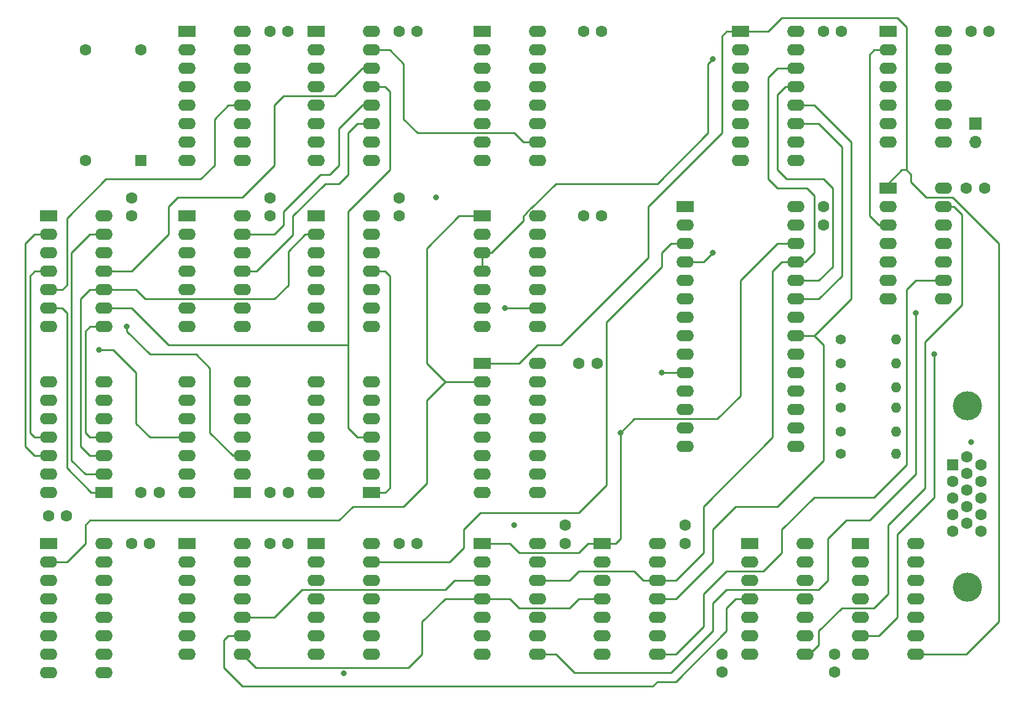
<source format=gbr>
%TF.GenerationSoftware,KiCad,Pcbnew,(5.1.8-0-10_14)*%
%TF.CreationDate,2020-12-16T20:41:27-08:00*%
%TF.ProjectId,BEN_VGA,42454e5f-5647-4412-9e6b-696361645f70,1.0*%
%TF.SameCoordinates,Original*%
%TF.FileFunction,Copper,L2,Inr*%
%TF.FilePolarity,Positive*%
%FSLAX46Y46*%
G04 Gerber Fmt 4.6, Leading zero omitted, Abs format (unit mm)*
G04 Created by KiCad (PCBNEW (5.1.8-0-10_14)) date 2020-12-16 20:41:27*
%MOMM*%
%LPD*%
G01*
G04 APERTURE LIST*
%TA.AperFunction,ComponentPad*%
%ADD10C,1.600000*%
%TD*%
%TA.AperFunction,ComponentPad*%
%ADD11O,2.400000X1.600000*%
%TD*%
%TA.AperFunction,ComponentPad*%
%ADD12R,2.400000X1.600000*%
%TD*%
%TA.AperFunction,ComponentPad*%
%ADD13R,1.600000X1.600000*%
%TD*%
%TA.AperFunction,ComponentPad*%
%ADD14O,1.700000X1.700000*%
%TD*%
%TA.AperFunction,ComponentPad*%
%ADD15R,1.700000X1.700000*%
%TD*%
%TA.AperFunction,ComponentPad*%
%ADD16O,1.400000X1.400000*%
%TD*%
%TA.AperFunction,ComponentPad*%
%ADD17C,1.400000*%
%TD*%
%TA.AperFunction,ComponentPad*%
%ADD18C,4.000000*%
%TD*%
%TA.AperFunction,ViaPad*%
%ADD19C,0.800000*%
%TD*%
%TA.AperFunction,Conductor*%
%ADD20C,0.254000*%
%TD*%
G04 APERTURE END LIST*
D10*
%TO.N,+5V*%
%TO.C,C22*%
X204470000Y-93980000D03*
%TO.N,GND*%
X204470000Y-96480000D03*
%TD*%
D11*
%TO.N,+5V*%
%TO.C,U12*%
X200660000Y-69850000D03*
%TO.N,GND*%
X193040000Y-87630000D03*
%TO.N,Net-(U12-Pad15)*%
X200660000Y-72390000D03*
%TO.N,+5V*%
X193040000Y-85090000D03*
%TO.N,/VSync/Q4*%
X200660000Y-74930000D03*
%TO.N,N/C*%
X193040000Y-82550000D03*
%TO.N,/VSync/Q5*%
X200660000Y-77470000D03*
%TO.N,N/C*%
X193040000Y-80010000D03*
%TO.N,/VSync/Q6*%
X200660000Y-80010000D03*
%TO.N,N/C*%
X193040000Y-77470000D03*
%TO.N,/VSync/Q7*%
X200660000Y-82550000D03*
%TO.N,N/C*%
X193040000Y-74930000D03*
%TO.N,Net-(U11-Pad15)*%
X200660000Y-85090000D03*
%TO.N,/HSync/264*%
X193040000Y-72390000D03*
%TO.N,+5V*%
X200660000Y-87630000D03*
D12*
%TO.N,Net-(U11-Pad1)*%
X193040000Y-69850000D03*
%TD*%
D11*
%TO.N,+5V*%
%TO.C,U10*%
X165100000Y-95250000D03*
%TO.N,GND*%
X157480000Y-110490000D03*
%TO.N,Net-(U10-Pad13)*%
X165100000Y-97790000D03*
%TO.N,Net-(U10-Pad2)*%
X157480000Y-107950000D03*
%TO.N,Net-(U10-Pad12)*%
X165100000Y-100330000D03*
%TO.N,Net-(U10-Pad5)*%
X157480000Y-105410000D03*
%TO.N,HSYNC*%
X165100000Y-102870000D03*
%TO.N,/HSync/HBLANK*%
X157480000Y-102870000D03*
%TO.N,HSYNC*%
X165100000Y-105410000D03*
%TO.N,/HSync/HBLANK*%
X157480000Y-100330000D03*
%TO.N,Net-(U10-Pad9)*%
X165100000Y-107950000D03*
%TO.N,Net-(U10-Pad2)*%
X157480000Y-97790000D03*
%TO.N,Net-(U10-Pad12)*%
X165100000Y-110490000D03*
D12*
%TO.N,/HSync/264*%
X157480000Y-95250000D03*
%TD*%
D11*
%TO.N,+5V*%
%TO.C,U23*%
X220980000Y-69850000D03*
%TO.N,GND*%
X213360000Y-85090000D03*
%TO.N,N/C*%
X220980000Y-72390000D03*
X213360000Y-82550000D03*
X220980000Y-74930000D03*
X213360000Y-80010000D03*
X220980000Y-77470000D03*
X213360000Y-77470000D03*
X220980000Y-80010000D03*
%TO.N,Net-(U22-Pad22)*%
X213360000Y-74930000D03*
%TO.N,N/C*%
X220980000Y-82550000D03*
%TO.N,/VSync/VBLANK*%
X213360000Y-72390000D03*
%TO.N,N/C*%
X220980000Y-85090000D03*
D12*
%TO.N,/HSync/HBLANK*%
X213360000Y-69850000D03*
%TD*%
D11*
%TO.N,GND*%
%TO.C,U19*%
X217170000Y-140335000D03*
%TO.N,+5V*%
X209550000Y-155575000D03*
%TO.N,N/C*%
X217170000Y-142875000D03*
%TO.N,/VSync/Q5*%
X209550000Y-153035000D03*
%TO.N,/VSync/Q4*%
X217170000Y-145415000D03*
%TO.N,Net-(U15-Pad12)*%
X209550000Y-150495000D03*
%TO.N,/VSync/Q6*%
X217170000Y-147955000D03*
%TO.N,/VSync/Q2*%
X209550000Y-147955000D03*
%TO.N,N/C*%
X217170000Y-150495000D03*
%TO.N,Net-(U14-Pad10)*%
X209550000Y-145415000D03*
%TO.N,N/C*%
X217170000Y-153035000D03*
%TO.N,Net-(U14-Pad12)*%
X209550000Y-142875000D03*
%TO.N,Net-(U11-Pad1)*%
X217170000Y-155575000D03*
D12*
%TO.N,/VSync/Q9*%
X209550000Y-140335000D03*
%TD*%
D11*
%TO.N,GND*%
%TO.C,U18*%
X201930000Y-140335000D03*
%TO.N,+5V*%
X194310000Y-155575000D03*
%TO.N,N/C*%
X201930000Y-142875000D03*
%TO.N,Net-(U15-Pad10)*%
X194310000Y-153035000D03*
%TO.N,/VSync/Q4*%
X201930000Y-145415000D03*
%TO.N,/VSync/Q3*%
X194310000Y-150495000D03*
%TO.N,/VSync/Q6*%
X201930000Y-147955000D03*
%TO.N,/VSync/Q2*%
X194310000Y-147955000D03*
%TO.N,N/C*%
X201930000Y-150495000D03*
%TO.N,Net-(U14-Pad10)*%
X194310000Y-145415000D03*
%TO.N,N/C*%
X201930000Y-153035000D03*
%TO.N,/VSync/Q0*%
X194310000Y-142875000D03*
%TO.N,Net-(U18-Pad8)*%
X201930000Y-155575000D03*
D12*
%TO.N,/VSync/Q9*%
X194310000Y-140335000D03*
%TD*%
D11*
%TO.N,+5V*%
%TO.C,U17*%
X181610000Y-140335000D03*
%TO.N,GND*%
X173990000Y-155575000D03*
%TO.N,N/C*%
X181610000Y-142875000D03*
%TO.N,Net-(U15-Pad10)*%
X173990000Y-153035000D03*
%TO.N,/VSync/Q4*%
X181610000Y-145415000D03*
%TO.N,/VSync/Q3*%
X173990000Y-150495000D03*
%TO.N,/VSync/Q6*%
X181610000Y-147955000D03*
%TO.N,Net-(U14-Pad8)*%
X173990000Y-147955000D03*
%TO.N,N/C*%
X181610000Y-150495000D03*
%TO.N,Net-(U14-Pad10)*%
X173990000Y-145415000D03*
%TO.N,N/C*%
X181610000Y-153035000D03*
%TO.N,/VSync/Q0*%
X173990000Y-142875000D03*
%TO.N,Net-(U17-Pad8)*%
X181610000Y-155575000D03*
D12*
%TO.N,/VSync/Q9*%
X173990000Y-140335000D03*
%TD*%
D11*
%TO.N,+5V*%
%TO.C,U16*%
X165100000Y-140335000D03*
%TO.N,GND*%
X157480000Y-155575000D03*
%TO.N,N/C*%
X165100000Y-142875000D03*
%TO.N,Net-(U15-Pad10)*%
X157480000Y-153035000D03*
%TO.N,/VSync/Q4*%
X165100000Y-145415000D03*
%TO.N,/VSync/Q3*%
X157480000Y-150495000D03*
%TO.N,/VSync/Q6*%
X165100000Y-147955000D03*
%TO.N,Net-(U14-Pad8)*%
X157480000Y-147955000D03*
%TO.N,N/C*%
X165100000Y-150495000D03*
%TO.N,Net-(U14-Pad10)*%
X157480000Y-145415000D03*
%TO.N,N/C*%
X165100000Y-153035000D03*
%TO.N,Net-(U14-Pad12)*%
X157480000Y-142875000D03*
%TO.N,Net-(U16-Pad8)*%
X165100000Y-155575000D03*
D12*
%TO.N,/VSync/Q9*%
X157480000Y-140335000D03*
%TD*%
D11*
%TO.N,+5V*%
%TO.C,U15*%
X142240000Y-140335000D03*
%TO.N,GND*%
X134620000Y-155575000D03*
%TO.N,/VSync/Q3*%
X142240000Y-142875000D03*
%TO.N,N/C*%
X134620000Y-153035000D03*
%TO.N,Net-(U15-Pad12)*%
X142240000Y-145415000D03*
%TO.N,N/C*%
X134620000Y-150495000D03*
%TO.N,/VSync/Q5*%
X142240000Y-147955000D03*
%TO.N,N/C*%
X134620000Y-147955000D03*
%TO.N,Net-(U15-Pad10)*%
X142240000Y-150495000D03*
%TO.N,N/C*%
X134620000Y-145415000D03*
X142240000Y-153035000D03*
X134620000Y-142875000D03*
X142240000Y-155575000D03*
D12*
X134620000Y-140335000D03*
%TD*%
D11*
%TO.N,+5V*%
%TO.C,U14*%
X124460000Y-140335000D03*
%TO.N,GND*%
X116840000Y-155575000D03*
%TO.N,/VSync/Q0*%
X124460000Y-142875000D03*
%TO.N,N/C*%
X116840000Y-153035000D03*
%TO.N,Net-(U14-Pad12)*%
X124460000Y-145415000D03*
%TO.N,N/C*%
X116840000Y-150495000D03*
%TO.N,/VSync/Q1*%
X124460000Y-147955000D03*
%TO.N,N/C*%
X116840000Y-147955000D03*
%TO.N,Net-(U14-Pad10)*%
X124460000Y-150495000D03*
%TO.N,N/C*%
X116840000Y-145415000D03*
%TO.N,/VSync/Q2*%
X124460000Y-153035000D03*
%TO.N,N/C*%
X116840000Y-142875000D03*
%TO.N,Net-(U14-Pad8)*%
X124460000Y-155575000D03*
D12*
%TO.N,N/C*%
X116840000Y-140335000D03*
%TD*%
D11*
%TO.N,+5V*%
%TO.C,U13*%
X165100000Y-115570000D03*
%TO.N,GND*%
X157480000Y-133350000D03*
%TO.N,N/C*%
X165100000Y-118110000D03*
%TO.N,+5V*%
X157480000Y-130810000D03*
%TO.N,/VSync/Q8*%
X165100000Y-120650000D03*
%TO.N,N/C*%
X157480000Y-128270000D03*
%TO.N,/VSync/Q9*%
X165100000Y-123190000D03*
%TO.N,N/C*%
X157480000Y-125730000D03*
X165100000Y-125730000D03*
X157480000Y-123190000D03*
X165100000Y-128270000D03*
X157480000Y-120650000D03*
%TO.N,Net-(U12-Pad15)*%
X165100000Y-130810000D03*
%TO.N,/HSync/264*%
X157480000Y-118110000D03*
%TO.N,+5V*%
X165100000Y-133350000D03*
D12*
%TO.N,Net-(U11-Pad1)*%
X157480000Y-115570000D03*
%TD*%
D11*
%TO.N,+5V*%
%TO.C,U11*%
X105410000Y-140335000D03*
%TO.N,GND*%
X97790000Y-158115000D03*
%TO.N,Net-(U11-Pad15)*%
X105410000Y-142875000D03*
%TO.N,+5V*%
X97790000Y-155575000D03*
%TO.N,/VSync/Q0*%
X105410000Y-145415000D03*
%TO.N,N/C*%
X97790000Y-153035000D03*
%TO.N,/VSync/Q1*%
X105410000Y-147955000D03*
%TO.N,N/C*%
X97790000Y-150495000D03*
%TO.N,/VSync/Q2*%
X105410000Y-150495000D03*
%TO.N,N/C*%
X97790000Y-147955000D03*
%TO.N,/VSync/Q3*%
X105410000Y-153035000D03*
%TO.N,N/C*%
X97790000Y-145415000D03*
%TO.N,+5V*%
X105410000Y-155575000D03*
%TO.N,/HSync/264*%
X97790000Y-142875000D03*
%TO.N,+5V*%
X105410000Y-158115000D03*
D12*
%TO.N,Net-(U11-Pad1)*%
X97790000Y-140335000D03*
%TD*%
D10*
%TO.N,GND*%
%TO.C,X1*%
X110490000Y-72390000D03*
%TO.N,/HSync/CLK*%
X102870000Y-72390000D03*
%TO.N,+5V*%
X102870000Y-87630000D03*
D13*
X110490000Y-87630000D03*
%TD*%
D11*
%TO.N,+5V*%
%TO.C,U20*%
X220980000Y-91440000D03*
%TO.N,GND*%
X213360000Y-106680000D03*
%TO.N,Net-(U18-Pad8)*%
X220980000Y-93980000D03*
%TO.N,Net-(U20-Pad2)*%
X213360000Y-104140000D03*
%TO.N,Net-(U20-Pad12)*%
X220980000Y-96520000D03*
%TO.N,Net-(U16-Pad8)*%
X213360000Y-101600000D03*
%TO.N,VSYNC*%
X220980000Y-99060000D03*
%TO.N,/VSync/VBLANK*%
X213360000Y-99060000D03*
%TO.N,VSYNC*%
X220980000Y-101600000D03*
%TO.N,/VSync/VBLANK*%
X213360000Y-96520000D03*
%TO.N,Net-(U17-Pad8)*%
X220980000Y-104140000D03*
%TO.N,Net-(U20-Pad2)*%
X213360000Y-93980000D03*
%TO.N,Net-(U20-Pad12)*%
X220980000Y-106680000D03*
D12*
%TO.N,Net-(U11-Pad1)*%
X213360000Y-91440000D03*
%TD*%
D11*
%TO.N,+5V*%
%TO.C,U9*%
X142240000Y-95250000D03*
%TO.N,GND*%
X134620000Y-110490000D03*
%TO.N,N/C*%
X142240000Y-97790000D03*
%TO.N,/HSync/Q8*%
X134620000Y-107950000D03*
%TO.N,Net-(U4-Pad4)*%
X142240000Y-100330000D03*
%TO.N,Net-(U5-Pad10)*%
X134620000Y-105410000D03*
%TO.N,Net-(U4-Pad6)*%
X142240000Y-102870000D03*
%TO.N,Net-(U5-Pad12)*%
X134620000Y-102870000D03*
%TO.N,N/C*%
X142240000Y-105410000D03*
%TO.N,Net-(U4-Pad8)*%
X134620000Y-100330000D03*
%TO.N,N/C*%
X142240000Y-107950000D03*
%TO.N,Net-(U4-Pad10)*%
X134620000Y-97790000D03*
%TO.N,/HSync/264*%
X142240000Y-110490000D03*
D12*
%TO.N,/HSync/Q3*%
X134620000Y-95250000D03*
%TD*%
D11*
%TO.N,+5V*%
%TO.C,U8*%
X134620000Y-133350000D03*
%TO.N,GND*%
X142240000Y-118110000D03*
%TO.N,N/C*%
X134620000Y-130810000D03*
%TO.N,/HSync/Q7*%
X142240000Y-120650000D03*
%TO.N,Net-(U4-Pad2)*%
X134620000Y-128270000D03*
%TO.N,/HSync/Q6*%
X142240000Y-123190000D03*
%TO.N,/HSync/Q1*%
X134620000Y-125730000D03*
%TO.N,/HSync/Q5*%
X142240000Y-125730000D03*
%TO.N,N/C*%
X134620000Y-123190000D03*
%TO.N,/HSync/Q4*%
X142240000Y-128270000D03*
%TO.N,N/C*%
X134620000Y-120650000D03*
%TO.N,Net-(U4-Pad12)*%
X142240000Y-130810000D03*
%TO.N,Net-(U10-Pad13)*%
X134620000Y-118110000D03*
D12*
%TO.N,Net-(U4-Pad6)*%
X142240000Y-133350000D03*
%TD*%
D11*
%TO.N,+5V*%
%TO.C,U7*%
X116840000Y-133350000D03*
%TO.N,GND*%
X124460000Y-118110000D03*
%TO.N,N/C*%
X116840000Y-130810000D03*
%TO.N,/HSync/Q7*%
X124460000Y-120650000D03*
%TO.N,Net-(U4-Pad2)*%
X116840000Y-128270000D03*
%TO.N,/HSync/Q6*%
X124460000Y-123190000D03*
%TO.N,/HSync/Q1*%
X116840000Y-125730000D03*
%TO.N,Net-(U4-Pad8)*%
X124460000Y-125730000D03*
%TO.N,N/C*%
X116840000Y-123190000D03*
%TO.N,/HSync/Q4*%
X124460000Y-128270000D03*
%TO.N,N/C*%
X116840000Y-120650000D03*
%TO.N,Net-(U4-Pad12)*%
X124460000Y-130810000D03*
%TO.N,Net-(U10-Pad9)*%
X116840000Y-118110000D03*
D12*
%TO.N,Net-(U4-Pad6)*%
X124460000Y-133350000D03*
%TD*%
D11*
%TO.N,+5V*%
%TO.C,U6*%
X97790000Y-133350000D03*
%TO.N,GND*%
X105410000Y-118110000D03*
%TO.N,N/C*%
X97790000Y-130810000D03*
%TO.N,/HSync/Q7*%
X105410000Y-120650000D03*
%TO.N,Net-(U4-Pad2)*%
X97790000Y-128270000D03*
%TO.N,/HSync/Q6*%
X105410000Y-123190000D03*
%TO.N,Net-(U4-Pad4)*%
X97790000Y-125730000D03*
%TO.N,Net-(U4-Pad8)*%
X105410000Y-125730000D03*
%TO.N,N/C*%
X97790000Y-123190000D03*
%TO.N,Net-(U4-Pad10)*%
X105410000Y-128270000D03*
%TO.N,N/C*%
X97790000Y-120650000D03*
%TO.N,/HSync/Q3*%
X105410000Y-130810000D03*
%TO.N,Net-(U10-Pad5)*%
X97790000Y-118110000D03*
D12*
%TO.N,Net-(U4-Pad6)*%
X105410000Y-133350000D03*
%TD*%
D11*
%TO.N,+5V*%
%TO.C,U3*%
X165100000Y-69850000D03*
%TO.N,GND*%
X157480000Y-87630000D03*
%TO.N,N/C*%
X165100000Y-72390000D03*
%TO.N,+5V*%
X157480000Y-85090000D03*
%TO.N,/HSync/Q8*%
X165100000Y-74930000D03*
%TO.N,N/C*%
X157480000Y-82550000D03*
X165100000Y-77470000D03*
X157480000Y-80010000D03*
X165100000Y-80010000D03*
X157480000Y-77470000D03*
X165100000Y-82550000D03*
X157480000Y-74930000D03*
%TO.N,Net-(U2-Pad15)*%
X165100000Y-85090000D03*
%TO.N,/HSync/CLK*%
X157480000Y-72390000D03*
%TO.N,+5V*%
X165100000Y-87630000D03*
D12*
%TO.N,/HSync/264*%
X157480000Y-69850000D03*
%TD*%
D11*
%TO.N,+5V*%
%TO.C,U2*%
X142240000Y-69850000D03*
%TO.N,GND*%
X134620000Y-87630000D03*
%TO.N,Net-(U2-Pad15)*%
X142240000Y-72390000D03*
%TO.N,+5V*%
X134620000Y-85090000D03*
%TO.N,/HSync/Q4*%
X142240000Y-74930000D03*
%TO.N,N/C*%
X134620000Y-82550000D03*
%TO.N,/HSync/Q5*%
X142240000Y-77470000D03*
%TO.N,N/C*%
X134620000Y-80010000D03*
%TO.N,/HSync/Q6*%
X142240000Y-80010000D03*
%TO.N,N/C*%
X134620000Y-77470000D03*
%TO.N,/HSync/Q7*%
X142240000Y-82550000D03*
%TO.N,N/C*%
X134620000Y-74930000D03*
%TO.N,Net-(U1-Pad15)*%
X142240000Y-85090000D03*
%TO.N,/HSync/CLK*%
X134620000Y-72390000D03*
%TO.N,+5V*%
X142240000Y-87630000D03*
D12*
%TO.N,/HSync/264*%
X134620000Y-69850000D03*
%TD*%
D11*
%TO.N,+5V*%
%TO.C,U1*%
X124460000Y-69850000D03*
%TO.N,GND*%
X116840000Y-87630000D03*
%TO.N,Net-(U1-Pad15)*%
X124460000Y-72390000D03*
%TO.N,+5V*%
X116840000Y-85090000D03*
%TO.N,/HSync/Q0*%
X124460000Y-74930000D03*
%TO.N,N/C*%
X116840000Y-82550000D03*
%TO.N,/HSync/Q1*%
X124460000Y-77470000D03*
%TO.N,N/C*%
X116840000Y-80010000D03*
%TO.N,/HSync/Q2*%
X124460000Y-80010000D03*
%TO.N,N/C*%
X116840000Y-77470000D03*
%TO.N,/HSync/Q3*%
X124460000Y-82550000D03*
%TO.N,N/C*%
X116840000Y-74930000D03*
%TO.N,+5V*%
X124460000Y-85090000D03*
%TO.N,/HSync/CLK*%
X116840000Y-72390000D03*
%TO.N,+5V*%
X124460000Y-87630000D03*
D12*
%TO.N,/HSync/264*%
X116840000Y-69850000D03*
%TD*%
D11*
%TO.N,+5V*%
%TO.C,U5*%
X124460000Y-95250000D03*
%TO.N,GND*%
X116840000Y-110490000D03*
%TO.N,/HSync/Q6*%
X124460000Y-97790000D03*
%TO.N,N/C*%
X116840000Y-107950000D03*
%TO.N,Net-(U5-Pad12)*%
X124460000Y-100330000D03*
%TO.N,N/C*%
X116840000Y-105410000D03*
%TO.N,/HSync/Q7*%
X124460000Y-102870000D03*
%TO.N,N/C*%
X116840000Y-102870000D03*
%TO.N,Net-(U5-Pad10)*%
X124460000Y-105410000D03*
%TO.N,N/C*%
X116840000Y-100330000D03*
%TO.N,/HSync/Q8*%
X124460000Y-107950000D03*
%TO.N,N/C*%
X116840000Y-97790000D03*
X124460000Y-110490000D03*
D12*
X116840000Y-95250000D03*
%TD*%
D11*
%TO.N,+5V*%
%TO.C,U4*%
X105410000Y-95250000D03*
%TO.N,GND*%
X97790000Y-110490000D03*
%TO.N,/HSync/Q3*%
X105410000Y-97790000D03*
%TO.N,Net-(U4-Pad6)*%
X97790000Y-107950000D03*
%TO.N,Net-(U4-Pad12)*%
X105410000Y-100330000D03*
%TO.N,/HSync/Q2*%
X97790000Y-105410000D03*
%TO.N,/HSync/Q4*%
X105410000Y-102870000D03*
%TO.N,Net-(U4-Pad4)*%
X97790000Y-102870000D03*
%TO.N,Net-(U4-Pad10)*%
X105410000Y-105410000D03*
%TO.N,/HSync/Q1*%
X97790000Y-100330000D03*
%TO.N,/HSync/Q5*%
X105410000Y-107950000D03*
%TO.N,Net-(U4-Pad2)*%
X97790000Y-97790000D03*
%TO.N,Net-(U4-Pad8)*%
X105410000Y-110490000D03*
D12*
%TO.N,/HSync/Q0*%
X97790000Y-95250000D03*
%TD*%
D11*
%TO.N,+5V*%
%TO.C,U22*%
X200660000Y-93980000D03*
%TO.N,GND*%
X185420000Y-127000000D03*
%TO.N,+5V*%
X200660000Y-96520000D03*
%TO.N,Net-(R4-Pad1)*%
X185420000Y-124460000D03*
%TO.N,/VSync/Q9*%
X200660000Y-99060000D03*
%TO.N,Net-(R5-Pad1)*%
X185420000Y-121920000D03*
%TO.N,/VSync/Q4*%
X200660000Y-101600000D03*
%TO.N,Net-(R6-Pad1)*%
X185420000Y-119380000D03*
%TO.N,/VSync/Q5*%
X200660000Y-104140000D03*
%TO.N,/HSync/Q1*%
X185420000Y-116840000D03*
%TO.N,/VSync/Q7*%
X200660000Y-106680000D03*
%TO.N,/HSync/Q2*%
X185420000Y-114300000D03*
%TO.N,Net-(U22-Pad22)*%
X200660000Y-109220000D03*
%TO.N,/HSync/Q3*%
X185420000Y-111760000D03*
%TO.N,/VSync/Q6*%
X200660000Y-111760000D03*
%TO.N,/HSync/Q4*%
X185420000Y-109220000D03*
%TO.N,GND*%
X200660000Y-114300000D03*
%TO.N,/HSync/Q5*%
X185420000Y-106680000D03*
%TO.N,N/C*%
X200660000Y-116840000D03*
%TO.N,/HSync/Q6*%
X185420000Y-104140000D03*
%TO.N,N/C*%
X200660000Y-119380000D03*
%TO.N,/HSync/Q7*%
X185420000Y-101600000D03*
%TO.N,Net-(R1-Pad1)*%
X200660000Y-121920000D03*
%TO.N,/VSync/Q3*%
X185420000Y-99060000D03*
%TO.N,Net-(R2-Pad1)*%
X200660000Y-124460000D03*
%TO.N,/VSync/Q8*%
X185420000Y-96520000D03*
%TO.N,Net-(R3-Pad1)*%
X200660000Y-127000000D03*
D12*
%TO.N,GND*%
X185420000Y-93980000D03*
%TD*%
D14*
%TO.N,GND*%
%TO.C,J2*%
X225425000Y-85090000D03*
D15*
%TO.N,+5V*%
X225425000Y-82550000D03*
%TD*%
D10*
%TO.N,+5V*%
%TO.C,C21*%
X224790000Y-69850000D03*
%TO.N,GND*%
X227290000Y-69850000D03*
%TD*%
%TO.N,+5V*%
%TO.C,C20*%
X224155000Y-91440000D03*
%TO.N,GND*%
X226655000Y-91440000D03*
%TD*%
%TO.N,+5V*%
%TO.C,C19*%
X205994000Y-155575000D03*
%TO.N,GND*%
X205994000Y-158075000D03*
%TD*%
%TO.N,+5V*%
%TO.C,C18*%
X190500000Y-155575000D03*
%TO.N,GND*%
X190500000Y-158075000D03*
%TD*%
%TO.N,+5V*%
%TO.C,C17*%
X185420000Y-140335000D03*
%TO.N,GND*%
X185420000Y-137835000D03*
%TD*%
%TO.N,+5V*%
%TO.C,C16*%
X168910000Y-140335000D03*
%TO.N,GND*%
X168910000Y-137835000D03*
%TD*%
%TO.N,+5V*%
%TO.C,C15*%
X146050000Y-140335000D03*
%TO.N,GND*%
X148550000Y-140335000D03*
%TD*%
%TO.N,+5V*%
%TO.C,C14*%
X128270000Y-140335000D03*
%TO.N,GND*%
X130770000Y-140335000D03*
%TD*%
%TO.N,+5V*%
%TO.C,C13*%
X170815000Y-115570000D03*
%TO.N,GND*%
X173315000Y-115570000D03*
%TD*%
%TO.N,+5V*%
%TO.C,C12*%
X204470000Y-69850000D03*
%TO.N,GND*%
X206970000Y-69850000D03*
%TD*%
%TO.N,+5V*%
%TO.C,C11*%
X109220000Y-140335000D03*
%TO.N,GND*%
X111720000Y-140335000D03*
%TD*%
%TO.N,+5V*%
%TO.C,C10*%
X171450000Y-95250000D03*
%TO.N,GND*%
X173950000Y-95250000D03*
%TD*%
%TO.N,+5V*%
%TO.C,C9*%
X146050000Y-95250000D03*
%TO.N,GND*%
X146050000Y-92750000D03*
%TD*%
%TO.N,+5V*%
%TO.C,C8*%
X130810000Y-133350000D03*
%TO.N,GND*%
X128310000Y-133350000D03*
%TD*%
%TO.N,+5V*%
%TO.C,C7*%
X113030000Y-133350000D03*
%TO.N,GND*%
X110530000Y-133350000D03*
%TD*%
%TO.N,+5V*%
%TO.C,C6*%
X97790000Y-136525000D03*
%TO.N,GND*%
X100290000Y-136525000D03*
%TD*%
%TO.N,+5V*%
%TO.C,C5*%
X128270000Y-95250000D03*
%TO.N,GND*%
X128270000Y-92750000D03*
%TD*%
%TO.N,+5V*%
%TO.C,C4*%
X109220000Y-95250000D03*
%TO.N,GND*%
X109220000Y-92750000D03*
%TD*%
%TO.N,+5V*%
%TO.C,C3*%
X171450000Y-69850000D03*
%TO.N,GND*%
X173950000Y-69850000D03*
%TD*%
%TO.N,+5V*%
%TO.C,C2*%
X146050000Y-69850000D03*
%TO.N,GND*%
X148550000Y-69850000D03*
%TD*%
%TO.N,+5V*%
%TO.C,C1*%
X128270000Y-69850000D03*
%TO.N,GND*%
X130770000Y-69850000D03*
%TD*%
D16*
%TO.N,Net-(J1-Pad3)*%
%TO.C,R6*%
X214503000Y-128016000D03*
D17*
%TO.N,Net-(R6-Pad1)*%
X206883000Y-128016000D03*
%TD*%
D16*
%TO.N,Net-(J1-Pad3)*%
%TO.C,R5*%
X214503000Y-124968000D03*
D17*
%TO.N,Net-(R5-Pad1)*%
X206883000Y-124968000D03*
%TD*%
D16*
%TO.N,Net-(J1-Pad2)*%
%TO.C,R4*%
X214503000Y-118872000D03*
D17*
%TO.N,Net-(R4-Pad1)*%
X206883000Y-118872000D03*
%TD*%
D16*
%TO.N,Net-(J1-Pad2)*%
%TO.C,R3*%
X214503000Y-121666000D03*
D17*
%TO.N,Net-(R3-Pad1)*%
X206883000Y-121666000D03*
%TD*%
D16*
%TO.N,Net-(J1-Pad1)*%
%TO.C,R2*%
X214503000Y-115570000D03*
D17*
%TO.N,Net-(R2-Pad1)*%
X206883000Y-115570000D03*
%TD*%
D16*
%TO.N,Net-(J1-Pad1)*%
%TO.C,R1*%
X214503000Y-112268000D03*
D17*
%TO.N,Net-(R1-Pad1)*%
X206883000Y-112268000D03*
%TD*%
D18*
%TO.N,N/C*%
%TO.C,J1*%
X224300000Y-121355000D03*
X224300000Y-146355000D03*
D10*
X226210000Y-138700000D03*
%TO.N,VSYNC*%
X226210000Y-136410000D03*
%TO.N,HSYNC*%
X226210000Y-134120000D03*
%TO.N,N/C*%
X226210000Y-131830000D03*
X226210000Y-129540000D03*
%TO.N,GND*%
X224230000Y-137555000D03*
%TO.N,N/C*%
X224230000Y-135265000D03*
%TO.N,GND*%
X224230000Y-132975000D03*
X224230000Y-130685000D03*
X224230000Y-128395000D03*
X222250000Y-138700000D03*
%TO.N,N/C*%
X222250000Y-136410000D03*
%TO.N,Net-(J1-Pad3)*%
X222250000Y-134120000D03*
%TO.N,Net-(J1-Pad2)*%
X222250000Y-131830000D03*
D13*
%TO.N,Net-(J1-Pad1)*%
X222250000Y-129540000D03*
%TD*%
D19*
%TO.N,HSYNC*%
X224790000Y-126365000D03*
%TO.N,/HSync/Q1*%
X182245000Y-116840000D03*
X104775000Y-113665006D03*
%TO.N,/HSync/Q4*%
X108585000Y-110490000D03*
%TO.N,/HSync/Q7*%
X189230000Y-100330000D03*
%TO.N,/HSync/HBLANK*%
X189230000Y-73660000D03*
%TO.N,/HSync/Q8*%
X151130000Y-92710006D03*
%TO.N,/VSync/Q9*%
X176530000Y-125095000D03*
%TO.N,/VSync/Q5*%
X219710000Y-114300000D03*
X138430000Y-158207014D03*
%TO.N,Net-(U14-Pad12)*%
X161925000Y-137795000D03*
%TO.N,Net-(U10-Pad9)*%
X160655000Y-107950000D03*
%TO.N,Net-(U16-Pad8)*%
X217170000Y-108585000D03*
%TD*%
D20*
%TO.N,/HSync/264*%
X152400000Y-118110000D02*
X157480000Y-118110000D01*
X149860000Y-120650000D02*
X152400000Y-118110000D01*
X149860000Y-132080000D02*
X149860000Y-120650000D01*
X146685000Y-135255000D02*
X149860000Y-132080000D01*
X97790000Y-142875000D02*
X100330000Y-142875000D01*
X102870000Y-137795000D02*
X103505000Y-137160000D01*
X137795000Y-137160000D02*
X139700000Y-135255000D01*
X100330000Y-142875000D02*
X102870000Y-140335000D01*
X103505000Y-137160000D02*
X137795000Y-137160000D01*
X139700000Y-135255000D02*
X146685000Y-135255000D01*
X102870000Y-140335000D02*
X102870000Y-137795000D01*
X149860000Y-115570000D02*
X152400000Y-118110000D01*
X149860000Y-99695000D02*
X149860000Y-115570000D01*
X154305000Y-95250000D02*
X149860000Y-99695000D01*
X157480000Y-95250000D02*
X154305000Y-95250000D01*
%TO.N,/HSync/Q1*%
X185420000Y-116840000D02*
X182245000Y-116840000D01*
X104775006Y-113665000D02*
X104775000Y-113665006D01*
X106680000Y-113665000D02*
X104775006Y-113665000D01*
X116840000Y-125730000D02*
X111760000Y-125730000D01*
X109855000Y-116840000D02*
X106680000Y-113665000D01*
X109855000Y-123825000D02*
X109855000Y-116840000D01*
X111760000Y-125730000D02*
X109855000Y-123825000D01*
%TO.N,/HSync/Q2*%
X122555000Y-80010000D02*
X124460000Y-80010000D01*
X120650000Y-81915000D02*
X122555000Y-80010000D01*
X118745000Y-90170000D02*
X120650000Y-88265000D01*
X120650000Y-88265000D02*
X120650000Y-81915000D01*
X105727500Y-90170000D02*
X118745000Y-90170000D01*
X100330000Y-104775000D02*
X100330000Y-95567500D01*
X99695000Y-105410000D02*
X100330000Y-104775000D01*
X100330000Y-95567500D02*
X105727500Y-90170000D01*
X97790000Y-105410000D02*
X99695000Y-105410000D01*
%TO.N,/HSync/Q3*%
X103505000Y-97790000D02*
X105410000Y-97790000D01*
X100965000Y-100330000D02*
X103505000Y-97790000D01*
X100965000Y-128905000D02*
X100965000Y-100330000D01*
X102870000Y-130810000D02*
X100965000Y-128905000D01*
X105410000Y-130810000D02*
X102870000Y-130810000D01*
%TO.N,/HSync/Q4*%
X140970000Y-74930000D02*
X142240000Y-74930000D01*
X128905000Y-80010000D02*
X130175000Y-78740000D01*
X130175000Y-78740000D02*
X137160000Y-78740000D01*
X115570000Y-92710000D02*
X124460000Y-92710000D01*
X137160000Y-78740000D02*
X140970000Y-74930000D01*
X114300000Y-97790000D02*
X114300000Y-93980000D01*
X128905000Y-88265000D02*
X128905000Y-80010000D01*
X124460000Y-92710000D02*
X128905000Y-88265000D01*
X109220000Y-102870000D02*
X114300000Y-97790000D01*
X114300000Y-93980000D02*
X115570000Y-92710000D01*
X105410000Y-102870000D02*
X109220000Y-102870000D01*
X108585000Y-111125000D02*
X108585000Y-110490000D01*
X118110000Y-114300000D02*
X111760000Y-114300000D01*
X120015000Y-116205000D02*
X118110000Y-114300000D01*
X111760000Y-114300000D02*
X108585000Y-111125000D01*
X120015000Y-125095000D02*
X120015000Y-116205000D01*
X123190000Y-128270000D02*
X120015000Y-125095000D01*
X124460000Y-128270000D02*
X123190000Y-128270000D01*
%TO.N,/HSync/Q5*%
X114300000Y-113030000D02*
X109220000Y-107950000D01*
X109220000Y-107950000D02*
X105410000Y-107950000D01*
X139065000Y-113030000D02*
X114300000Y-113030000D01*
X140335000Y-125730000D02*
X142240000Y-125730000D01*
X139065000Y-124460000D02*
X140335000Y-125730000D01*
X139065000Y-113030000D02*
X139065000Y-124460000D01*
X139065000Y-94615000D02*
X139065000Y-113030000D01*
X144780000Y-78105000D02*
X144780000Y-88900000D01*
X144780000Y-88900000D02*
X139065000Y-94615000D01*
X144145000Y-77470000D02*
X144780000Y-78105000D01*
X142240000Y-77470000D02*
X144145000Y-77470000D01*
%TO.N,/HSync/Q6*%
X140970000Y-80010000D02*
X142240000Y-80010000D01*
X136525000Y-89535000D02*
X137795000Y-88265000D01*
X130175000Y-94615000D02*
X135255000Y-89535000D01*
X135255000Y-89535000D02*
X136525000Y-89535000D01*
X130175000Y-96520000D02*
X130175000Y-94615000D01*
X137795000Y-83185000D02*
X140970000Y-80010000D01*
X128905000Y-97790000D02*
X130175000Y-96520000D01*
X137795000Y-88265000D02*
X137795000Y-83185000D01*
X124460000Y-97790000D02*
X128905000Y-97790000D01*
%TO.N,/HSync/Q7*%
X187960000Y-101600000D02*
X189230000Y-100330000D01*
X185420000Y-101600000D02*
X187960000Y-101600000D01*
X126457000Y-102870000D02*
X124460000Y-102870000D01*
X131445000Y-95250000D02*
X131445000Y-97882000D01*
X131445000Y-97882000D02*
X126457000Y-102870000D01*
X135890000Y-90805000D02*
X131445000Y-95250000D01*
X137795000Y-90805000D02*
X135890000Y-90805000D01*
X139065000Y-89535000D02*
X137795000Y-90805000D01*
X139065000Y-83820000D02*
X139065000Y-89535000D01*
X140335000Y-82550000D02*
X139065000Y-83820000D01*
X142240000Y-82550000D02*
X140335000Y-82550000D01*
%TO.N,/HSync/HBLANK*%
X157480000Y-100330000D02*
X157480000Y-102870000D01*
X158750000Y-100330000D02*
X157480000Y-100330000D01*
X163572990Y-94872010D02*
X163195000Y-95250000D01*
X188595000Y-83820000D02*
X181610000Y-90805000D01*
X164322010Y-94122990D02*
X164233178Y-94122990D01*
X163195000Y-95250000D02*
X163195000Y-95885000D01*
X164233178Y-94122990D02*
X163572990Y-94783178D01*
X181610000Y-90805000D02*
X167640000Y-90805000D01*
X163195000Y-95885000D02*
X158750000Y-100330000D01*
X189230000Y-73660000D02*
X188595000Y-74295000D01*
X163572990Y-94783178D02*
X163572990Y-94872010D01*
X167640000Y-90805000D02*
X164322010Y-94122990D01*
X188595000Y-74295000D02*
X188595000Y-83820000D01*
%TO.N,/VSync/VBLANK*%
X210820000Y-73025000D02*
X211455000Y-72390000D01*
X210820000Y-95250000D02*
X210820000Y-73025000D01*
X211455000Y-72390000D02*
X213360000Y-72390000D01*
X212090000Y-96520000D02*
X210820000Y-95250000D01*
X213360000Y-96520000D02*
X212090000Y-96520000D01*
%TO.N,/VSync/Q9*%
X198120000Y-99060000D02*
X200660000Y-99060000D01*
X193040000Y-104140000D02*
X198120000Y-99060000D01*
X193040000Y-120015000D02*
X193040000Y-104140000D01*
X189865000Y-123190000D02*
X193040000Y-120015000D01*
X189865000Y-123190000D02*
X178435000Y-123190000D01*
X178435000Y-123190000D02*
X176530000Y-125095000D01*
X176530000Y-133350000D02*
X176530000Y-132715000D01*
X176530000Y-132715000D02*
X176530000Y-125095000D01*
X176530000Y-139700000D02*
X176530000Y-132715000D01*
X175895000Y-140335000D02*
X176530000Y-139700000D01*
X173990000Y-140335000D02*
X175895000Y-140335000D01*
X170815000Y-141605000D02*
X172085000Y-140335000D01*
X162560000Y-141605000D02*
X170815000Y-141605000D01*
X161290000Y-140335000D02*
X162560000Y-141605000D01*
X172085000Y-140335000D02*
X173990000Y-140335000D01*
X157480000Y-140335000D02*
X161290000Y-140335000D01*
%TO.N,/VSync/Q4*%
X198120000Y-74930000D02*
X200660000Y-74930000D01*
X196850000Y-90170000D02*
X196850000Y-76200000D01*
X198120000Y-91440000D02*
X196850000Y-90170000D01*
X196850000Y-76200000D02*
X198120000Y-74930000D01*
X201930000Y-101600000D02*
X203200000Y-100330000D01*
X203200000Y-100330000D02*
X203200000Y-92440000D01*
X202200000Y-91440000D02*
X198120000Y-91440000D01*
X203200000Y-92440000D02*
X202200000Y-91440000D01*
X200660000Y-101600000D02*
X201930000Y-101600000D01*
X181610000Y-145415000D02*
X184150000Y-145415000D01*
X187960000Y-135255000D02*
X197485000Y-125730000D01*
X187960000Y-141605000D02*
X187960000Y-135255000D01*
X198755000Y-101600000D02*
X200660000Y-101600000D01*
X197485000Y-102870000D02*
X198755000Y-101600000D01*
X184150000Y-145415000D02*
X187960000Y-141605000D01*
X197485000Y-125730000D02*
X197485000Y-102870000D01*
X165100000Y-145415000D02*
X169545000Y-145415000D01*
X169545000Y-145415000D02*
X170815000Y-144145000D01*
X170815000Y-144145000D02*
X178435000Y-144145000D01*
X179705000Y-145415000D02*
X181610000Y-145415000D01*
X178435000Y-144145000D02*
X179705000Y-145415000D01*
%TO.N,/VSync/Q5*%
X199210000Y-77470000D02*
X200660000Y-77470000D01*
X198120000Y-78560000D02*
X199210000Y-77470000D01*
X199390000Y-90170000D02*
X198120000Y-88900000D01*
X198120000Y-88900000D02*
X198120000Y-78560000D01*
X203835000Y-104140000D02*
X205740000Y-102235000D01*
X200660000Y-104140000D02*
X203835000Y-104140000D01*
X204470000Y-90170000D02*
X205740000Y-91440000D01*
X205740000Y-102235000D02*
X205740000Y-91440000D01*
X204470000Y-90170000D02*
X199390000Y-90170000D01*
X212090000Y-153035000D02*
X214630000Y-150495000D01*
X209550000Y-153035000D02*
X212090000Y-153035000D01*
X214630000Y-150495000D02*
X214630000Y-139065000D01*
X219710000Y-133985000D02*
X219710000Y-114300000D01*
X214630000Y-139065000D02*
X219710000Y-133985000D01*
%TO.N,/VSync/Q7*%
X203835000Y-82550000D02*
X207010000Y-85725000D01*
X203835000Y-106680000D02*
X200660000Y-106680000D01*
X207010000Y-103505000D02*
X203835000Y-106680000D01*
X207010000Y-85725000D02*
X207010000Y-103505000D01*
X200660000Y-82550000D02*
X203835000Y-82550000D01*
%TO.N,/VSync/Q6*%
X203200000Y-111760000D02*
X200660000Y-111760000D01*
X208280000Y-106680000D02*
X203200000Y-111760000D01*
X203200000Y-80010000D02*
X208280000Y-85090000D01*
X208280000Y-85090000D02*
X208280000Y-106680000D01*
X200660000Y-80010000D02*
X203200000Y-80010000D01*
X189230000Y-142875000D02*
X184150000Y-147955000D01*
X189230000Y-138430000D02*
X189230000Y-142875000D01*
X184150000Y-147955000D02*
X181610000Y-147955000D01*
X192405000Y-135255000D02*
X189230000Y-138430000D01*
X198120000Y-135255000D02*
X192405000Y-135255000D01*
X204470000Y-128905000D02*
X198120000Y-135255000D01*
X204470000Y-113030000D02*
X204470000Y-128905000D01*
X203200000Y-111760000D02*
X204470000Y-113030000D01*
%TO.N,/VSync/Q3*%
X153035000Y-142875000D02*
X142240000Y-142875000D01*
X154940000Y-140970000D02*
X153035000Y-142875000D01*
X154940000Y-138430000D02*
X154940000Y-140970000D01*
X157279713Y-136090287D02*
X154940000Y-138430000D01*
X170811711Y-136090287D02*
X157279713Y-136090287D01*
X174625000Y-132276998D02*
X170811711Y-136090287D01*
X174625000Y-109855000D02*
X174625000Y-132276998D01*
X182245000Y-102235000D02*
X174625000Y-109855000D01*
X182245000Y-100330000D02*
X182245000Y-102235000D01*
X183515000Y-99060000D02*
X182245000Y-100330000D01*
X185420000Y-99060000D02*
X183515000Y-99060000D01*
%TO.N,Net-(U14-Pad10)*%
X128905000Y-150495000D02*
X132715000Y-146685000D01*
X153670000Y-145415000D02*
X157480000Y-145415000D01*
X152400000Y-146685000D02*
X153670000Y-145415000D01*
X132715000Y-146685000D02*
X152400000Y-146685000D01*
X124460000Y-150495000D02*
X128905000Y-150495000D01*
%TO.N,/VSync/Q2*%
X180975000Y-160020000D02*
X181610000Y-159385000D01*
X124460000Y-160020000D02*
X180975000Y-160020000D01*
X121920000Y-157480000D02*
X124460000Y-160020000D01*
X121920000Y-153670000D02*
X121920000Y-157480000D01*
X122555000Y-153035000D02*
X121920000Y-153670000D01*
X124460000Y-153035000D02*
X122555000Y-153035000D01*
X192405000Y-147955000D02*
X194310000Y-147955000D01*
X191135000Y-149225000D02*
X192405000Y-147955000D01*
X191135000Y-152400000D02*
X191135000Y-149225000D01*
X184150000Y-159385000D02*
X191135000Y-152400000D01*
X181610000Y-159385000D02*
X184150000Y-159385000D01*
%TO.N,Net-(U2-Pad15)*%
X163195000Y-85090000D02*
X165100000Y-85090000D01*
X161925000Y-83820000D02*
X163195000Y-85090000D01*
X142240000Y-72390000D02*
X144780000Y-72390000D01*
X146685000Y-81915000D02*
X148590000Y-83820000D01*
X148590000Y-83820000D02*
X161925000Y-83820000D01*
X146685000Y-74295000D02*
X146685000Y-81915000D01*
X144780000Y-72390000D02*
X146685000Y-74295000D01*
%TO.N,Net-(U4-Pad6)*%
X99695000Y-107950000D02*
X97790000Y-107950000D01*
X100330000Y-129978000D02*
X100330000Y-108585000D01*
X103702000Y-133350000D02*
X100330000Y-129978000D01*
X100330000Y-108585000D02*
X99695000Y-107950000D01*
X105410000Y-133350000D02*
X103702000Y-133350000D01*
X144780000Y-132715000D02*
X144780000Y-103505000D01*
X144145000Y-102870000D02*
X142240000Y-102870000D01*
X144780000Y-103505000D02*
X144145000Y-102870000D01*
X144145000Y-133350000D02*
X144780000Y-132715000D01*
X142240000Y-133350000D02*
X144145000Y-133350000D01*
%TO.N,Net-(U4-Pad4)*%
X95885000Y-102870000D02*
X97790000Y-102870000D01*
X95250000Y-103505000D02*
X95885000Y-102870000D01*
X95250000Y-125095000D02*
X95250000Y-103505000D01*
X95885000Y-125730000D02*
X95250000Y-125095000D01*
X97790000Y-125730000D02*
X95885000Y-125730000D01*
%TO.N,Net-(U4-Pad10)*%
X103505000Y-105410000D02*
X105410000Y-105410000D01*
X102235000Y-106680000D02*
X103505000Y-105410000D01*
X103505000Y-128270000D02*
X102235000Y-127000000D01*
X102235000Y-127000000D02*
X102235000Y-106680000D01*
X105410000Y-128270000D02*
X103505000Y-128270000D01*
X133166000Y-97790000D02*
X134620000Y-97790000D01*
X130810000Y-100146000D02*
X133166000Y-97790000D01*
X111140990Y-106695990D02*
X128889010Y-106695990D01*
X109855000Y-105410000D02*
X111140990Y-106695990D01*
X130810000Y-104775000D02*
X130810000Y-100146000D01*
X128889010Y-106695990D02*
X130810000Y-104775000D01*
X105410000Y-105410000D02*
X109855000Y-105410000D01*
%TO.N,Net-(U4-Pad2)*%
X95885000Y-128270000D02*
X97790000Y-128270000D01*
X94615000Y-127000000D02*
X95885000Y-128270000D01*
X95885000Y-97790000D02*
X94615000Y-99060000D01*
X94615000Y-99060000D02*
X94615000Y-127000000D01*
X97790000Y-97790000D02*
X95885000Y-97790000D01*
%TO.N,Net-(U4-Pad8)*%
X103505000Y-110490000D02*
X105410000Y-110490000D01*
X102870000Y-125095000D02*
X102870000Y-111125000D01*
X102870000Y-111125000D02*
X103505000Y-110490000D01*
X103505000Y-125730000D02*
X102870000Y-125095000D01*
X105410000Y-125730000D02*
X103505000Y-125730000D01*
%TO.N,Net-(U10-Pad9)*%
X165100000Y-107950000D02*
X160655000Y-107950000D01*
%TO.N,Net-(U11-Pad1)*%
X215265000Y-88900000D02*
X215900000Y-88900000D01*
X213360000Y-90805000D02*
X215265000Y-88900000D01*
X213360000Y-91440000D02*
X213360000Y-90805000D01*
X196850000Y-69850000D02*
X193040000Y-69850000D01*
X214630000Y-67945000D02*
X198755000Y-67945000D01*
X215900000Y-69215000D02*
X214630000Y-67945000D01*
X198755000Y-67945000D02*
X196850000Y-69850000D01*
X215900000Y-88900000D02*
X215900000Y-69215000D01*
X228600000Y-151130000D02*
X224155000Y-155575000D01*
X216535000Y-90594016D02*
X218650984Y-92710000D01*
X222250000Y-92710000D02*
X228600000Y-99060000D01*
X218650984Y-92710000D02*
X222250000Y-92710000D01*
X216535000Y-89535000D02*
X216535000Y-90594016D01*
X224155000Y-155575000D02*
X217170000Y-155575000D01*
X228600000Y-99060000D02*
X228600000Y-151130000D01*
X215900000Y-88900000D02*
X216535000Y-89535000D01*
X190500000Y-70485000D02*
X191135000Y-69850000D01*
X190500000Y-83820000D02*
X190500000Y-70485000D01*
X180340000Y-93980000D02*
X190500000Y-83820000D01*
X180340000Y-101008002D02*
X180340000Y-93980000D01*
X157480000Y-115570000D02*
X162560000Y-115570000D01*
X168318002Y-113030000D02*
X180340000Y-101008002D01*
X162560000Y-115570000D02*
X165100000Y-113030000D01*
X191135000Y-69850000D02*
X193040000Y-69850000D01*
X165100000Y-113030000D02*
X168318002Y-113030000D01*
%TO.N,Net-(U14-Pad8)*%
X157480000Y-147955000D02*
X161290000Y-147955000D01*
X170815000Y-147955000D02*
X173990000Y-147955000D01*
X161290000Y-147955000D02*
X162560000Y-149225000D01*
X162560000Y-149225000D02*
X169545000Y-149225000D01*
X169545000Y-149225000D02*
X170815000Y-147955000D01*
X152400000Y-147955000D02*
X157480000Y-147955000D01*
X149225000Y-155575000D02*
X149225000Y-151130000D01*
X149225000Y-151130000D02*
X152400000Y-147955000D01*
X147320000Y-157480000D02*
X149225000Y-155575000D01*
X126365000Y-157480000D02*
X147320000Y-157480000D01*
X124460000Y-155575000D02*
X126365000Y-157480000D01*
%TO.N,Net-(U16-Pad8)*%
X217170000Y-130810000D02*
X217170000Y-108585000D01*
X167640000Y-155575000D02*
X170180000Y-158115000D01*
X170180000Y-158115000D02*
X183515000Y-158115000D01*
X205105000Y-139700000D02*
X207645000Y-137160000D01*
X205105000Y-145415000D02*
X205105000Y-139700000D01*
X210820000Y-137160000D02*
X217170000Y-130810000D01*
X189230000Y-152400000D02*
X189230000Y-148590000D01*
X191135000Y-146685000D02*
X203835000Y-146685000D01*
X203835000Y-146685000D02*
X205105000Y-145415000D01*
X207645000Y-137160000D02*
X210820000Y-137160000D01*
X189230000Y-148590000D02*
X191135000Y-146685000D01*
X165100000Y-155575000D02*
X167640000Y-155575000D01*
X183515000Y-158115000D02*
X189230000Y-152400000D01*
%TO.N,Net-(U17-Pad8)*%
X184150000Y-155575000D02*
X181610000Y-155575000D01*
X187960000Y-151765000D02*
X184150000Y-155575000D01*
X220980000Y-104140000D02*
X217170000Y-104140000D01*
X203200000Y-133985000D02*
X198755000Y-138430000D01*
X198755000Y-138430000D02*
X198755000Y-141605000D01*
X191135000Y-144145000D02*
X187960000Y-147320000D01*
X198755000Y-141605000D02*
X196215000Y-144145000D01*
X211455000Y-133985000D02*
X203200000Y-133985000D01*
X217170000Y-104140000D02*
X215900000Y-105410000D01*
X215900000Y-129540000D02*
X211455000Y-133985000D01*
X187960000Y-147320000D02*
X187960000Y-151765000D01*
X196215000Y-144145000D02*
X191135000Y-144145000D01*
X215900000Y-105410000D02*
X215900000Y-129540000D01*
%TO.N,Net-(U18-Pad8)*%
X222430000Y-93980000D02*
X220980000Y-93980000D01*
X223520000Y-95070000D02*
X222430000Y-93980000D01*
X223520000Y-107512002D02*
X223520000Y-95070000D01*
X218440000Y-132715000D02*
X218440000Y-112592002D01*
X211455000Y-149225000D02*
X213360000Y-147320000D01*
X202565000Y-155575000D02*
X203835000Y-154305000D01*
X213360000Y-147320000D02*
X213360000Y-137795000D01*
X203835000Y-154305000D02*
X203835000Y-152400000D01*
X218440000Y-112592002D02*
X223520000Y-107512002D01*
X213360000Y-137795000D02*
X218440000Y-132715000D01*
X207010000Y-149225000D02*
X211455000Y-149225000D01*
X203835000Y-152400000D02*
X207010000Y-149225000D01*
X201930000Y-155575000D02*
X202565000Y-155575000D01*
%TD*%
M02*

</source>
